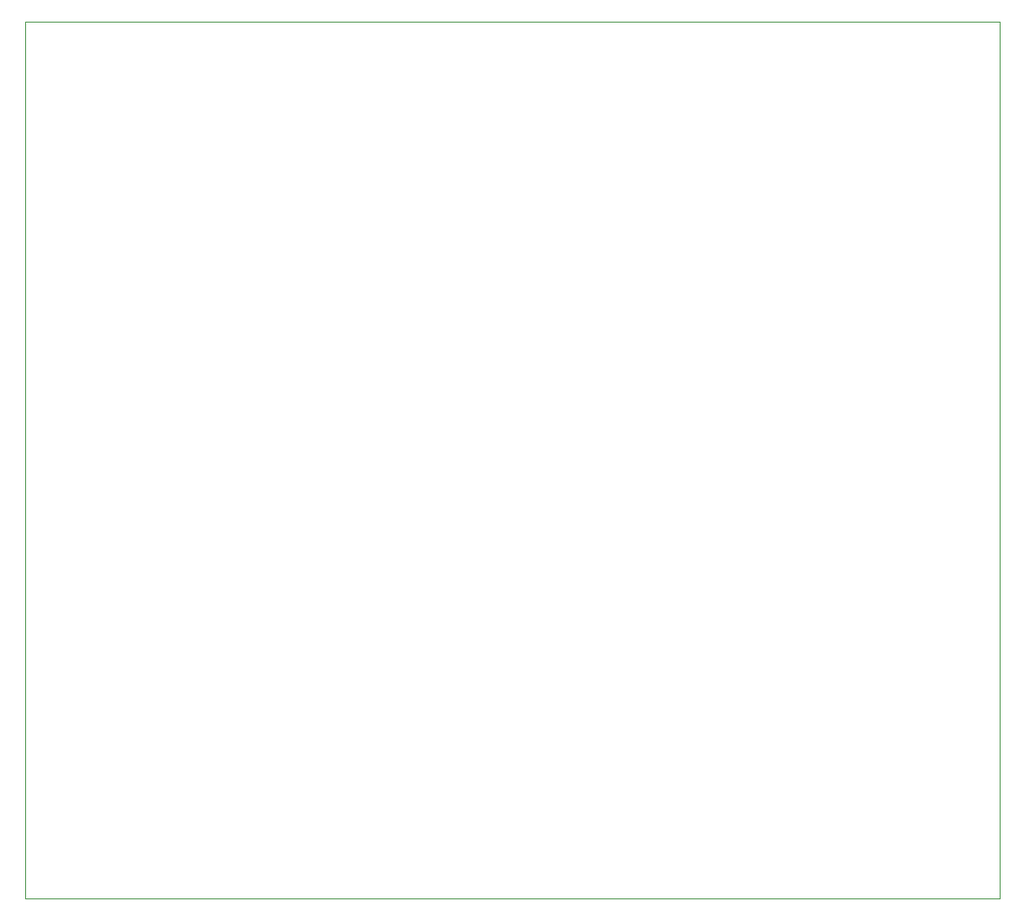
<source format=gbr>
%TF.GenerationSoftware,KiCad,Pcbnew,8.0.7*%
%TF.CreationDate,2024-12-26T23:24:23+03:00*%
%TF.ProjectId,uaefi,75616566-692e-46b6-9963-61645f706362,D*%
%TF.SameCoordinates,Original*%
%TF.FileFunction,Profile,NP*%
%FSLAX46Y46*%
G04 Gerber Fmt 4.6, Leading zero omitted, Abs format (unit mm)*
G04 Created by KiCad (PCBNEW 8.0.7) date 2024-12-26 23:24:23*
%MOMM*%
%LPD*%
G01*
G04 APERTURE LIST*
%TA.AperFunction,Profile*%
%ADD10C,0.100000*%
%TD*%
G04 APERTURE END LIST*
D10*
X168000000Y-43000000D02*
X168000000Y-128500000D01*
X73000000Y-43000000D02*
X73000000Y-128500000D01*
X168000000Y-128500000D02*
X73000000Y-128500000D01*
X73000000Y-43000000D02*
X168000000Y-43000000D01*
M02*

</source>
